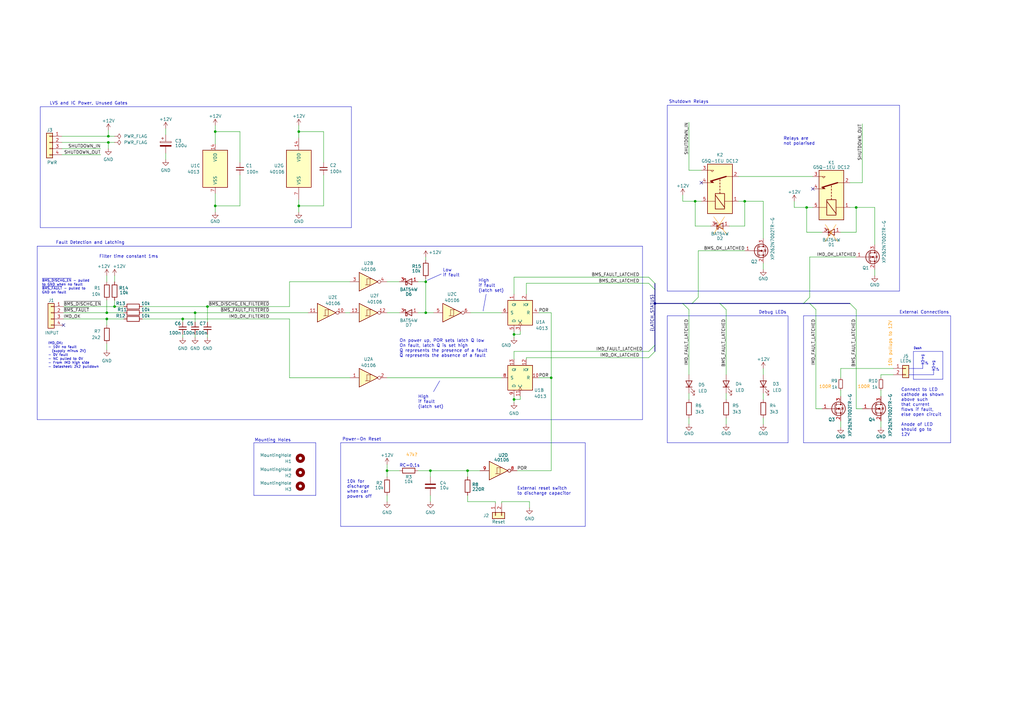
<source format=kicad_sch>
(kicad_sch (version 20231120) (generator "eeschema") (generator_version "8.0")
  (paper "A3")
  (title_block (title "Latching Circuit") (date "2024-01-09") (rev "1.2.0") (company "SUFST") (comment 1 "STAG X") (comment 2 "Tim Brewis, Joe Pater") (comment 3 "Marek Frodyma, Max O'Brien"))
  (lib_symbols
    (symbol "4xxx:40106" (pin_names (offset 1.016))
      (property "Reference" "U" (at 0 1.27 0))
      (property "Value" "40106" (at 0 -1.27 0))
      (symbol "40106_1_0"
        (pin input line (at -7.62 0 0) (length 3.81) (name "~") (number "1"))
        (pin output inverted (at 7.62 0 180) (length 3.81) (name "~") (number "2"))
      )
      (symbol "40106_2_0"
        (pin input line (at -7.62 0 0) (length 3.81) (name "~") (number "3"))
        (pin output inverted (at 7.62 0 180) (length 3.81) (name "~") (number "4"))
      )
      (symbol "40106_3_0"
        (pin input line (at -7.62 0 0) (length 3.81) (name "~") (number "5"))
        (pin output inverted (at 7.62 0 180) (length 3.81) (name "~") (number "6"))
      )
      (symbol "40106_4_0"
        (pin output inverted (at 7.62 0 180) (length 3.81) (name "~") (number "8"))
        (pin input line (at -7.62 0 0) (length 3.81) (name "~") (number "9"))
      )
      (symbol "40106_5_0"
        (pin output inverted (at 7.62 0 180) (length 3.81) (name "~") (number "10"))
        (pin input line (at -7.62 0 0) (length 3.81) (name "~") (number "11"))
      )
      (symbol "40106_6_0"
        (pin output inverted (at 7.62 0 180) (length 3.81) (name "~") (number "12"))
        (pin input line (at -7.62 0 0) (length 3.81) (name "~") (number "13"))
      )
      (symbol "40106_7_0"
        (pin power_in line (at 0 12.7 270) (length 5.08) (name "VDD") (number "14"))
        (pin power_in line (at 0 -12.7 90) (length 5.08) (name "VSS") (number "7"))
      )
    )
    (symbol "4xxx:4013" (pin_names (offset 1.016))
      (property "Reference" "U" (at -7.62 8.89 0))
      (property "Value" "4013" (at -7.62 -8.89 0))
      (symbol "4013_1_1"
        (pin output line (at 7.62 2.54 180) (length 2.54) (name "Q") (number "1"))
        (pin output line (at 7.62 -2.54 180) (length 2.54) (name "~{Q}") (number "2"))
        (pin input clock (at -7.62 0 0) (length 2.54) (name "C") (number "3"))
        (pin input line (at 0 -7.62 90) (length 2.54) (name "R") (number "4"))
        (pin input line (at -7.62 2.54 0) (length 2.54) (name "D") (number "5"))
        (pin input line (at 0 7.62 270) (length 2.54) (name "S") (number "6"))
      )
      (symbol "4013_2_1"
        (pin input line (at 0 -7.62 90) (length 2.54) (name "R") (number "10"))
        (pin input clock (at -7.62 0 0) (length 2.54) (name "C") (number "11"))
        (pin output line (at 7.62 -2.54 180) (length 2.54) (name "~{Q}") (number "12"))
        (pin output line (at 7.62 2.54 180) (length 2.54) (name "Q") (number "13"))
        (pin input line (at 0 7.62 270) (length 2.54) (name "S") (number "8"))
        (pin input line (at -7.62 2.54 0) (length 2.54) (name "D") (number "9"))
      )
      (symbol "4013_3_0"
        (pin power_in line (at 0 10.16 270) (length 2.54) (name "VDD") (number "14"))
        (pin power_in line (at 0 -10.16 90) (length 2.54) (name "VSS") (number "7"))
      )
    )
    (symbol "Connector_Generic:Conn_01x02" (pin_names (offset 1.016) hide)
      (property "Reference" "J" (at 0 2.54 0))
      (property "Value" "Conn_01x02" (at 0 -5.08 0))
      (symbol "Conn_01x02_1_1"
        (pin passive line (at -5.08 0 0) (length 3.81) (name "Pin_1") (number "1"))
        (pin passive line (at -5.08 -2.54 0) (length 3.81) (name "Pin_2") (number "2"))
      )
    )
    (symbol "Connector_Generic:Conn_01x04" (pin_names (offset 1.016) hide)
      (property "Reference" "J" (at 0 5.08 0))
      (property "Value" "Conn_01x04" (at 0 -7.62 0))
      (symbol "Conn_01x04_1_1"
        (pin passive line (at -5.08 2.54 0) (length 3.81) (name "Pin_1") (number "1"))
        (pin passive line (at -5.08 0 0) (length 3.81) (name "Pin_2") (number "2"))
        (pin passive line (at -5.08 -2.54 0) (length 3.81) (name "Pin_3") (number "3"))
        (pin passive line (at -5.08 -5.08 0) (length 3.81) (name "Pin_4") (number "4"))
      )
    )
    (symbol "Device:C" (pin_numbers hide) (pin_names (offset 0.254))
      (property "Reference" "C" (at 0.635 2.54 0))
      (property "Value" "C" (at 0.635 -2.54 0))
      (symbol "C_1_1"
        (pin passive line (at 0 3.81 270) (length 2.794) (name "~") (number "1"))
        (pin passive line (at 0 -3.81 90) (length 2.794) (name "~") (number "2"))
      )
    )
    (symbol "Device:C_Polarized" (pin_numbers hide) (pin_names (offset 0.254))
      (property "Reference" "C" (at 0.635 2.54 0))
      (property "Value" "C_Polarized" (at 0.635 -2.54 0))
      (symbol "C_Polarized_1_1"
        (pin passive line (at 0 3.81 270) (length 2.794) (name "~") (number "1"))
        (pin passive line (at 0 -3.81 90) (length 2.794) (name "~") (number "2"))
      )
    )
    (symbol "Device:C_Small" (pin_numbers hide) (pin_names (offset 0.254) hide)
      (property "Reference" "C" (at 0.254 1.778 0))
      (property "Value" "C_Small" (at 0.254 -2.032 0))
      (symbol "C_Small_1_1"
        (pin passive line (at 0 2.54 270) (length 2.032) (name "~") (number "1"))
        (pin passive line (at 0 -2.54 90) (length 2.032) (name "~") (number "2"))
      )
    )
    (symbol "Device:LED" (pin_numbers hide) (pin_names (offset 1.016) hide)
      (property "Reference" "D" (at 0 2.54 0))
      (property "Value" "LED" (at 0 -2.54 0))
      (symbol "LED_1_1"
        (pin passive line (at -3.81 0 0) (length 2.54) (name "K") (number "1"))
        (pin passive line (at 3.81 0 180) (length 2.54) (name "A") (number "2"))
      )
    )
    (symbol "Device:Q_NMOS_GSD" (pin_names (offset 0) hide)
      (property "Reference" "Q" (at 5.08 1.27 0))
      (property "Value" "Q_NMOS_GSD" (at 5.08 -1.27 0))
      (symbol "Q_NMOS_GSD_1_1"
        (pin input line (at -5.08 0 0) (length 2.54) (name "G") (number "1"))
        (pin passive line (at 2.54 -5.08 90) (length 2.54) (name "S") (number "2"))
        (pin passive line (at 2.54 5.08 270) (length 2.54) (name "D") (number "3"))
      )
    )
    (symbol "Device:R" (pin_numbers hide) (pin_names (offset 0))
      (property "Reference" "R" (at 2.032 0 90))
      (property "Value" "R" (at 0 0 90))
      (symbol "R_1_1"
        (pin passive line (at 0 3.81 270) (length 1.27) (name "~") (number "1"))
        (pin passive line (at 0 -3.81 90) (length 1.27) (name "~") (number "2"))
      )
    )
    (symbol "Device:R_Small" (pin_numbers hide) (pin_names (offset 0.254) hide)
      (property "Reference" "R" (at 0.762 0.508 0))
      (property "Value" "R_Small" (at 0.762 -1.016 0))
      (symbol "R_Small_1_1"
        (pin passive line (at 0 2.54 270) (length 0.762) (name "~") (number "1"))
        (pin passive line (at 0 -2.54 90) (length 0.762) (name "~") (number "2"))
      )
    )
    (symbol "Diode:BAT54W" (pin_names (offset 1.016) hide)
      (property "Reference" "D" (at 0 2.54 0))
      (property "Value" "BAT54W" (at 0 -2.54 0))
      (symbol "BAT54W_1_1"
        (pin passive line (at 3.81 0 180) (length 2.54) (name "A") (number "1"))
        (pin no_connect line (at 0 0 90) (length 2.54) hide (name "NC") (number "2"))
        (pin passive line (at -3.81 0 0) (length 2.54) (name "K") (number "3"))
      )
    )
    (symbol "Mechanical:MountingHole" (pin_names (offset 1.016))
      (property "Reference" "H" (at 0 5.08 0))
      (property "Value" "MountingHole" (at 0 3.175 0))
    )
    (symbol "Relay:G5Q-1"
      (property "Reference" "K" (at 11.43 3.81 0))
      (property "Value" "G5Q-1" (at 11.43 1.27 0))
      (symbol "G5Q-1_1_1"
        (pin passive line (at -5.08 -7.62 90) (length 2.54) (name "~") (number "1"))
        (pin passive line (at 5.08 -7.62 90) (length 2.54) (name "~") (number "2"))
        (pin passive line (at 7.62 7.62 270) (length 2.54) (name "~") (number "3"))
        (pin passive line (at 2.54 7.62 270) (length 2.54) (name "~") (number "4"))
        (pin passive line (at -5.08 7.62 270) (length 2.54) (name "~") (number "5"))
      )
    )
    (symbol "power:+12V" (power) (pin_names (offset 0))
      (property "Value" "+12V" (at 0 3.556 0))
      (symbol "+12V_1_1"
        (pin power_in line (at 0 0 90) (length 0) hide (name "+12V") (number "1"))
      )
    )
    (symbol "power:GND" (power) (pin_names (offset 0))
      (property "Value" "GND" (at 0 -3.81 0))
      (symbol "GND_1_1"
        (pin power_in line (at 0 0 270) (length 0) hide (name "GND") (number "1"))
      )
    )
    (symbol "power:PWR_FLAG" (power) (pin_numbers hide) (pin_names (offset 0) hide)
      (property "Value" "PWR_FLAG" (at 0 3.81 0))
      (symbol "PWR_FLAG_0_0"
        (pin power_out line (at 0 0 90) (length 0) (name "pwr") (number "1"))
      )
    )
  )
  (bus_alias "LATCH_STATUS" (members "IMD_OK_LATCHED" "IMD_FAULT_LATCHED" "BMS_OK_LATCHED" "BMS_FAULT_LATCHED"))
  (junction (at 122.555 53.975))
  (junction (at 46.99 125.73))
  (junction (at 351.155 85.09))
  (junction (at 158.75 193.04))
  (junction (at 43.815 128.27))
  (junction (at 176.53 193.04))
  (junction (at 44.45 55.88))
  (junction (at 210.82 163.83))
  (junction (at 88.265 53.975))
  (junction (at 43.815 130.81))
  (junction (at 44.45 58.42))
  (junction (at 226.06 154.94))
  (junction (at 285.115 82.55))
  (junction (at 210.82 137.16))
  (junction (at 74.93 130.81))
  (junction (at 174.625 128.27))
  (junction (at 191.77 193.04))
  (junction (at 268.605 124.46))
  (junction (at 174.625 115.57))
  (junction (at 88.265 84.455))
  (junction (at 122.555 84.455))
  (junction (at 80.01 128.27))
  (junction (at 85.09 125.73))
  (junction (at 305.435 82.55))
  (junction (at 330.835 85.09))
  (no_connect (at 26.035 133.35))
  (no_connect (at 287.655 74.93))
  (no_connect (at 333.375 77.47))
  (bus_entry (at 332.105 124.46) (size 2.54 2.54))
  (bus_entry (at 283.845 124.46) (size 2.54 -2.54))
  (bus_entry (at 266.065 116.205) (size 2.54 2.54))
  (bus_entry (at 266.065 113.665) (size 2.54 2.54))
  (bus_entry (at 329.565 124.46) (size 2.54 -2.54))
  (bus_entry (at 348.615 124.46) (size 2.54 2.54))
  (bus_entry (at 266.065 144.145) (size 2.54 -2.54))
  (bus_entry (at 280.035 124.46) (size 2.54 2.54))
  (bus_entry (at 295.275 124.46) (size 2.54 2.54))
  (bus_entry (at 266.065 146.685) (size 2.54 -2.54))
  (polyline (pts (xy 377.825 149.225) (xy 379.095 149.225)) (stroke (width 0) (type solid)))
  (polyline (pts (xy 382.27 151.765) (xy 383.54 151.765)) (stroke (width 0) (type solid)))
  (wire (pts (xy 88.265 53.975) (xy 88.265 59.055)))
  (polyline (pts (xy 329.565 129.54) (xy 329.565 181.61)))
  (wire (pts (xy 351.155 95.25) (xy 344.805 95.25)))
  (wire (pts (xy 118.745 154.94) (xy 118.745 130.81)))
  (wire (pts (xy 80.01 128.27) (xy 126.365 128.27)))
  (wire (pts (xy 280.035 82.55) (xy 285.115 82.55)))
  (wire (pts (xy 174.625 105.41) (xy 174.625 106.68)))
  (polyline (pts (xy 383.54 150.495) (xy 382.905 151.765)) (stroke (width 0) (type solid)))
  (wire (pts (xy 67.945 62.865) (xy 67.945 65.405)))
  (bus (pts (xy 268.605 141.605) (xy 268.605 144.145)))
  (wire (pts (xy 215.9 116.205) (xy 215.9 120.65)))
  (polyline (pts (xy 263.525 100.965) (xy 263.525 172.085)))
  (polyline (pts (xy 15.24 100.965) (xy 15.24 172.085)))
  (wire (pts (xy 122.555 84.455) (xy 122.555 86.995)))
  (wire (pts (xy 25.4 55.88) (xy 44.45 55.88)))
  (wire (pts (xy 210.82 135.89) (xy 210.82 137.16)))
  (wire (pts (xy 282.575 161.29) (xy 282.575 163.83)))
  (wire (pts (xy 332.105 105.41) (xy 351.155 105.41)))
  (polyline (pts (xy 139.7 181.61) (xy 240.03 181.61)))
  (wire (pts (xy 43.815 128.27) (xy 50.8 128.27)))
  (wire (pts (xy 174.625 128.27) (xy 177.8 128.27)))
  (wire (pts (xy 43.815 130.81) (xy 43.815 133.35)))
  (wire (pts (xy 226.06 154.94) (xy 226.06 128.27)))
  (wire (pts (xy 361.315 153.67) (xy 366.395 153.67)))
  (wire (pts (xy 43.815 115.57) (xy 43.815 113.03)))
  (wire (pts (xy 213.36 137.16) (xy 210.82 137.16)))
  (wire (pts (xy 203.2 206.375) (xy 203.2 205.74)))
  (bus (pts (xy 268.605 124.46) (xy 280.035 124.46)))
  (polyline (pts (xy 338.455 99.06) (xy 342.9 92.075)) (stroke (width 0) (color 255 153 0 1)))
  (wire (pts (xy 220.98 154.94) (xy 226.06 154.94)))
  (wire (pts (xy 330.835 95.25) (xy 330.835 85.09)))
  (wire (pts (xy 337.185 167.64) (xy 334.645 167.64)))
  (wire (pts (xy 358.775 110.49) (xy 358.775 113.03)))
  (polyline (pts (xy 177.8 160.655) (xy 180.34 156.21)))
  (wire (pts (xy 158.75 190.5) (xy 158.75 193.04)))
  (wire (pts (xy 171.45 115.57) (xy 174.625 115.57)))
  (wire (pts (xy 205.74 206.375) (xy 205.74 205.74)))
  (wire (pts (xy 43.815 123.19) (xy 43.815 128.27)))
  (wire (pts (xy 74.93 130.81) (xy 74.93 132.08)))
  (wire (pts (xy 299.085 92.71) (xy 305.435 92.71)))
  (wire (pts (xy 88.265 84.455) (xy 98.425 84.455)))
  (wire (pts (xy 361.315 160.02) (xy 361.315 162.56)))
  (wire (pts (xy 297.815 127) (xy 297.815 153.67)))
  (wire (pts (xy 285.115 82.55) (xy 285.115 92.71)))
  (wire (pts (xy 332.105 105.41) (xy 332.105 121.92)))
  (polyline (pts (xy 273.685 43.18) (xy 273.685 119.38)))
  (wire (pts (xy 80.01 137.16) (xy 80.01 138.43)))
  (polyline (pts (xy 139.7 181.61) (xy 139.7 215.9)))
  (polyline (pts (xy 382.27 150.495) (xy 383.54 150.495)) (stroke (width 0) (type solid)))
  (polyline (pts (xy 389.89 181.61) (xy 389.89 129.54)))
  (bus (pts (xy 268.605 116.205) (xy 268.605 118.745)))
  (wire (pts (xy 282.575 69.85) (xy 287.655 69.85)))
  (wire (pts (xy 226.06 193.04) (xy 226.06 154.94)))
  (polyline (pts (xy 378.46 146.431) (xy 378.079 146.939)) (stroke (width 0) (type solid)))
  (polyline (pts (xy 374.65 144.145) (xy 386.715 144.145)))
  (wire (pts (xy 348.615 85.09) (xy 351.155 85.09)))
  (wire (pts (xy 212.09 193.04) (xy 226.06 193.04)))
  (wire (pts (xy 344.805 172.72) (xy 344.805 175.26)))
  (wire (pts (xy 98.425 71.755) (xy 98.425 84.455)))
  (wire (pts (xy 210.82 144.145) (xy 210.82 147.32)))
  (wire (pts (xy 88.265 51.435) (xy 88.265 53.975)))
  (polyline (pts (xy 382.905 151.765) (xy 382.905 153.67)) (stroke (width 0) (type solid)))
  (wire (pts (xy 191.77 205.74) (xy 203.2 205.74)))
  (wire (pts (xy 286.385 102.87) (xy 305.435 102.87)))
  (wire (pts (xy 176.53 193.04) (xy 176.53 195.58)))
  (wire (pts (xy 80.01 128.27) (xy 80.01 132.08)))
  (bus (pts (xy 329.565 124.46) (xy 332.105 124.46)))
  (wire (pts (xy 158.75 154.94) (xy 205.74 154.94)))
  (wire (pts (xy 143.51 115.57) (xy 118.745 115.57)))
  (wire (pts (xy 215.9 146.685) (xy 266.065 146.685)))
  (polyline (pts (xy 338.455 92.075) (xy 343.535 99.06)) (stroke (width 0) (color 255 153 0 1)))
  (wire (pts (xy 213.36 162.56) (xy 213.36 163.83)))
  (wire (pts (xy 58.42 130.81) (xy 74.93 130.81)))
  (polyline (pts (xy 382.905 148.971) (xy 382.524 149.479)) (stroke (width 0) (type solid)))
  (polyline (pts (xy 273.685 129.54) (xy 323.215 129.54)))
  (wire (pts (xy 74.93 137.16) (xy 74.93 138.43)))
  (wire (pts (xy 46.99 113.03) (xy 46.99 115.57)))
  (wire (pts (xy 210.82 144.145) (xy 266.065 144.145)))
  (wire (pts (xy 285.115 82.55) (xy 287.655 82.55)))
  (wire (pts (xy 210.82 137.16) (xy 210.82 138.43)))
  (wire (pts (xy 191.77 193.04) (xy 196.85 193.04)))
  (wire (pts (xy 25.4 63.5) (xy 41.275 63.5)))
  (wire (pts (xy 210.82 113.665) (xy 266.065 113.665)))
  (wire (pts (xy 330.835 85.09) (xy 333.375 85.09)))
  (polyline (pts (xy 16.51 43.815) (xy 16.51 93.345)))
  (wire (pts (xy 210.82 162.56) (xy 210.82 163.83)))
  (polyline (pts (xy 175.26 114.935) (xy 180.975 112.395)))
  (wire (pts (xy 351.155 127) (xy 351.155 167.64)))
  (wire (pts (xy 85.09 125.73) (xy 85.09 132.08)))
  (wire (pts (xy 122.555 84.455) (xy 132.715 84.455)))
  (wire (pts (xy 158.75 193.04) (xy 158.75 195.58)))
  (polyline (pts (xy 377.825 147.955) (xy 379.095 147.955)) (stroke (width 0) (type solid)))
  (wire (pts (xy 191.77 193.04) (xy 191.77 195.58)))
  (bus (pts (xy 280.035 124.46) (xy 283.845 124.46)))
  (wire (pts (xy 348.615 74.93) (xy 353.695 74.93)))
  (wire (pts (xy 193.04 128.27) (xy 205.74 128.27)))
  (polyline (pts (xy 273.685 43.18) (xy 368.935 43.18)))
  (wire (pts (xy 158.75 203.2) (xy 158.75 205.74)))
  (polyline (pts (xy 378.46 149.225) (xy 378.46 151.13)) (stroke (width 0) (type solid)))
  (polyline (pts (xy 104.14 203.2) (xy 129.54 203.2)))
  (wire (pts (xy 302.895 72.39) (xy 333.375 72.39)))
  (wire (pts (xy 143.51 128.27) (xy 141.605 128.27)))
  (wire (pts (xy 302.895 82.55) (xy 305.435 82.55)))
  (wire (pts (xy 220.98 128.27) (xy 226.06 128.27)))
  (wire (pts (xy 122.555 53.975) (xy 132.715 53.975)))
  (wire (pts (xy 85.09 125.73) (xy 118.745 125.73)))
  (wire (pts (xy 44.45 58.42) (xy 44.45 60.96)))
  (polyline (pts (xy 144.145 93.345) (xy 144.145 43.815)))
  (wire (pts (xy 158.75 193.04) (xy 163.83 193.04)))
  (wire (pts (xy 313.055 151.13) (xy 313.055 153.67)))
  (wire (pts (xy 158.75 115.57) (xy 163.83 115.57)))
  (polyline (pts (xy 144.145 43.815) (xy 16.51 43.815)))
  (polyline (pts (xy 379.095 147.955) (xy 378.46 149.225)) (stroke (width 0) (type solid)))
  (wire (pts (xy 305.435 82.55) (xy 313.055 82.55)))
  (bus (pts (xy 295.275 124.46) (xy 329.565 124.46)))
  (wire (pts (xy 88.265 53.975) (xy 98.425 53.975)))
  (wire (pts (xy 286.385 102.87) (xy 286.385 121.92)))
  (polyline (pts (xy 382.27 150.495) (xy 382.905 151.765)) (stroke (width 0) (type solid)))
  (polyline (pts (xy 292.735 95.885) (xy 297.18 88.9)) (stroke (width 0) (color 255 153 0 1)))
  (wire (pts (xy 132.715 53.975) (xy 132.715 66.675)))
  (polyline (pts (xy 378.46 146.431) (xy 378.841 146.939)) (stroke (width 0) (type solid)))
  (wire (pts (xy 358.775 85.09) (xy 358.775 100.33)))
  (wire (pts (xy 210.82 163.83) (xy 210.82 165.1)))
  (wire (pts (xy 118.745 115.57) (xy 118.745 125.73)))
  (wire (pts (xy 171.45 128.27) (xy 174.625 128.27)))
  (polyline (pts (xy 104.14 181.61) (xy 129.54 181.61)))
  (bus (pts (xy 332.105 124.46) (xy 348.615 124.46)))
  (polyline (pts (xy 129.54 203.2) (xy 129.54 181.61)))
  (wire (pts (xy 344.805 151.13) (xy 366.395 151.13)))
  (wire (pts (xy 85.09 125.73) (xy 58.42 125.73)))
  (wire (pts (xy 46.99 125.73) (xy 50.8 125.73)))
  (wire (pts (xy 297.815 161.29) (xy 297.815 163.83)))
  (wire (pts (xy 44.45 58.42) (xy 46.99 58.42)))
  (wire (pts (xy 297.815 171.45) (xy 297.815 173.99)))
  (wire (pts (xy 174.625 115.57) (xy 174.625 128.27)))
  (wire (pts (xy 43.815 140.97) (xy 43.815 143.51)))
  (wire (pts (xy 74.93 130.81) (xy 118.745 130.81)))
  (polyline (pts (xy 329.565 181.61) (xy 389.89 181.61)))
  (wire (pts (xy 361.315 153.67) (xy 361.315 154.94)))
  (polyline (pts (xy 377.825 147.955) (xy 378.46 149.225)) (stroke (width 0) (type solid)))
  (wire (pts (xy 191.77 203.2) (xy 191.77 205.74)))
  (wire (pts (xy 351.155 85.09) (xy 358.775 85.09)))
  (polyline (pts (xy 378.46 147.955) (xy 378.46 146.558)) (stroke (width 0) (type solid)))
  (wire (pts (xy 122.555 81.915) (xy 122.555 84.455)))
  (bus (pts (xy 268.605 124.46) (xy 268.605 141.605)))
  (wire (pts (xy 85.09 137.16) (xy 85.09 138.43)))
  (wire (pts (xy 26.035 125.73) (xy 46.99 125.73)))
  (polyline (pts (xy 198.12 127.635) (xy 199.39 120.65)))
  (wire (pts (xy 43.815 130.81) (xy 50.8 130.81)))
  (wire (pts (xy 25.4 60.96) (xy 41.275 60.96)))
  (polyline (pts (xy 240.03 215.9) (xy 139.7 215.9)))
  (wire (pts (xy 313.055 107.95) (xy 313.055 110.49)))
  (wire (pts (xy 353.695 74.93) (xy 353.695 50.8)))
  (polyline (pts (xy 273.685 181.61) (xy 323.215 181.61)))
  (wire (pts (xy 313.055 82.55) (xy 313.055 97.79)))
  (wire (pts (xy 26.035 130.81) (xy 43.815 130.81)))
  (wire (pts (xy 174.625 114.3) (xy 174.625 115.57)))
  (wire (pts (xy 285.115 92.71) (xy 291.465 92.71)))
  (polyline (pts (xy 372.872 151.13) (xy 378.46 151.13)) (stroke (width 0) (type solid)))
  (wire (pts (xy 344.805 160.02) (xy 344.805 162.56)))
  (wire (pts (xy 213.36 135.89) (xy 213.36 137.16)))
  (wire (pts (xy 282.575 171.45) (xy 282.575 173.99)))
  (polyline (pts (xy 263.525 100.965) (xy 15.24 100.965)))
  (wire (pts (xy 337.185 95.25) (xy 330.835 95.25)))
  (wire (pts (xy 205.74 205.74) (xy 217.17 205.74)))
  (wire (pts (xy 122.555 56.515) (xy 122.555 53.975)))
  (wire (pts (xy 334.645 127) (xy 334.645 167.64)))
  (polyline (pts (xy 104.14 181.61) (xy 104.14 203.2)))
  (polyline (pts (xy 382.905 150.368) (xy 382.905 148.971)) (stroke (width 0) (type solid)))
  (wire (pts (xy 351.155 85.09) (xy 351.155 95.25)))
  (wire (pts (xy 46.99 123.19) (xy 46.99 125.73)))
  (wire (pts (xy 213.36 163.83) (xy 210.82 163.83)))
  (polyline (pts (xy 273.685 129.54) (xy 273.685 181.61)))
  (wire (pts (xy 305.435 82.55) (xy 305.435 92.71)))
  (wire (pts (xy 143.51 154.94) (xy 118.745 154.94)))
  (wire (pts (xy 280.035 80.01) (xy 280.035 82.55)))
  (polyline (pts (xy 374.65 155.575) (xy 386.715 155.575)))
  (bus (pts (xy 268.605 118.745) (xy 268.605 124.46)))
  (polyline (pts (xy 15.24 172.085) (xy 263.525 172.085)))
  (wire (pts (xy 351.155 167.64) (xy 353.695 167.64)))
  (bus (pts (xy 283.845 124.46) (xy 295.275 124.46)))
  (wire (pts (xy 313.055 171.45) (xy 313.055 173.99)))
  (wire (pts (xy 122.555 51.435) (xy 122.555 53.975)))
  (polyline (pts (xy 382.905 148.971) (xy 383.286 149.479)) (stroke (width 0) (type solid)))
  (polyline (pts (xy 292.735 88.9) (xy 297.815 95.885)) (stroke (width 0) (color 255 153 0 1)))
  (polyline (pts (xy 240.03 181.61) (xy 240.03 215.9)))
  (wire (pts (xy 44.45 53.34) (xy 44.45 55.88)))
  (wire (pts (xy 98.425 53.975) (xy 98.425 66.675)))
  (wire (pts (xy 88.265 79.375) (xy 88.265 84.455)))
  (wire (pts (xy 217.17 208.28) (xy 217.17 205.74)))
  (polyline (pts (xy 368.935 43.18) (xy 368.935 119.38)))
  (wire (pts (xy 313.055 161.29) (xy 313.055 163.83)))
  (wire (pts (xy 25.4 58.42) (xy 44.45 58.42)))
  (wire (pts (xy 176.53 193.04) (xy 191.77 193.04)))
  (wire (pts (xy 132.715 84.455) (xy 132.715 71.755)))
  (wire (pts (xy 282.575 50.165) (xy 282.575 69.85)))
  (wire (pts (xy 361.315 172.72) (xy 361.315 175.26)))
  (wire (pts (xy 88.265 84.455) (xy 88.265 86.995)))
  (wire (pts (xy 44.45 55.88) (xy 46.99 55.88)))
  (wire (pts (xy 26.035 128.27) (xy 43.815 128.27)))
  (polyline (pts (xy 323.215 181.61) (xy 323.215 129.54)))
  (wire (pts (xy 158.75 128.27) (xy 163.83 128.27)))
  (polyline (pts (xy 16.51 93.345) (xy 144.145 93.345)))
  (wire (pts (xy 215.9 146.685) (xy 215.9 147.32)))
  (polyline (pts (xy 386.715 155.575) (xy 386.715 144.145)))
  (polyline (pts (xy 374.65 144.145) (xy 374.65 155.575)))
  (wire (pts (xy 67.945 52.705) (xy 67.945 55.245)))
  (wire (pts (xy 171.45 193.04) (xy 176.53 193.04)))
  (wire (pts (xy 215.9 116.205) (xy 266.065 116.205)))
  (polyline (pts (xy 329.565 129.54) (xy 389.89 129.54)))
  (polyline (pts (xy 368.935 119.38) (xy 273.685 119.38)))
  (wire (pts (xy 344.805 151.13) (xy 344.805 154.94)))
  (polyline (pts (xy 372.745 153.67) (xy 382.905 153.67)) (stroke (width 0) (type solid)))
  (wire (pts (xy 176.53 203.2) (xy 176.53 205.74)))
  (wire (pts (xy 325.755 85.09) (xy 330.835 85.09)))
  (wire (pts (xy 210.82 113.665) (xy 210.82 120.65)))
  (wire (pts (xy 282.575 127) (xy 282.575 153.67)))
  (wire (pts (xy 325.755 82.55) (xy 325.755 85.09)))
  (wire (pts (xy 80.01 128.27) (xy 58.42 128.27)))
  (text "100R" (at 338.455 158.75 0) (effects (font (size 1.27 1.27))))
  (text "High\nif fault\n(latch set)" (at 171.45 167.64 0) (effects (font (size 1.27 1.27)) (justify left bottom)))
  (text "Shutdown Relays" (at 274.32 42.545 0) (effects (font (size 1.27 1.27)) (justify left bottom)))
  (text "Connect to LED\ncathode as shown\nabove such\nthat current \nflows if fault,\nelse open circuit\n\nAnode of LED\nshould go to \n12V" (at 369.57 179.07 0) (effects (font (size 1.27 1.27)) (justify left bottom)))
  (text "Power-On Reset" (at 140.335 180.975 0) (effects (font (size 1.27 1.27)) (justify left bottom)))
  (text "→\n" (at 378.841 149.479 0) (effects (font (size 1.27 1.27)) (justify left bottom)))
  (text "External Connections" (at 389.255 128.905 0) (effects (font (size 1.27 1.27)) (justify right bottom)))
  (text "IMD_OK:\n- 10V no fault\n  (supply minus 2V)\n- 0V fault\n- NC pulled to 0V\n- From IMD high side\n- Datasheet: 2k2 pulldown\n" (at 19.685 151.13 0) (effects (font (size 1 1)) (justify left bottom)))
  (text "12V" (at 382.27 148.844 0) (effects (font (size 0.5 0.5)) (justify left bottom)))
  (text "High\nif fault\n(latch set)\n" (at 196.215 120.015 0) (effects (font (size 1.27 1.27)) (justify left bottom)))
  (text "Debug LEDs" (at 322.58 128.905 0) (effects (font (size 1.27 1.27)) (justify right bottom)))
  (text "10k for\ndischarge\nwhen car \npowers off" (at 142.24 204.47 0) (effects (font (size 1.27 1.27)) (justify left bottom)))
  (text "Fault Detection and Latching" (at 22.86 100.33 0) (effects (font (size 1.27 1.27)) (justify left bottom)))
  (text "→\n" (at 383.286 152.019 0) (effects (font (size 1.27 1.27)) (justify left bottom)))
  (text "100R" (at 354.33 158.75 0) (effects (font (size 1.27 1.27))))
  (text "→\n" (at 379.222 150.114 0) (effects (font (size 1.27 1.27)) (justify left bottom)))
  (text "10k pullups to 12V" (at 365.125 140.97 90) (effects (font (size 1.27 1.27))))
  (text "Low\nif fault" (at 181.61 113.665 0) (effects (font (size 1.27 1.27)) (justify left bottom)))
  (text "~{BMS_DISCHG_EN} - pulled\nto GND when no fault\n~{BMS_FAULT} - pulled to\nGND on fault\n" (at 17.145 120.65 0) (effects (font (size 1 1)) (justify left bottom)))
  (text "Relays are \nnot polarised" (at 321.31 59.69 0) (effects (font (size 1.27 1.27)) (justify left bottom)))
  (text "Mounting Holes" (at 104.394 181.356 0) (effects (font (size 1.27 1.27)) (justify left bottom)))
  (text "Dash" (at 374.65 143.51 0) (effects (font (size 0.9 0.9)) (justify left bottom)))
  (text "RC=0.1s" (at 163.83 191.77 0) (effects (font (size 1.27 1.27)) (justify left bottom)))
  (text "On power up, POR sets latch Q low\nOn fault, latch Q is set high\nQ represents the presence of a fault\n~{Q} represents the absence of a fault" (at 163.83 146.685 0) (effects (font (size 1.27 1.27)) (justify left bottom)))
  (text "LVS and IC Power, Unused Gates" (at 20.32 43.18 0) (effects (font (size 1.27 1.27)) (justify left bottom)))
  (text "→\n" (at 383.667 152.654 0) (effects (font (size 1.27 1.27)) (justify left bottom)))
  (text "47k?" (at 168.91 186.69 0) (effects (font (size 1.27 1.27))))
  (text "12V" (at 377.825 146.304 0) (effects (font (size 0.5 0.5)) (justify left bottom)))
  (text "External reset switch\nto discharge capacitor" (at 212.09 203.2 0) (effects (font (size 1.27 1.27)) (justify left bottom)))
  (text "Filter time constant 1ms" (at 40.64 106.045 0) (effects (font (size 1.27 1.27)) (justify left bottom)))
  (label "~{BMS_DISCHG_EN_FILTERED}" (at 110.49 125.73 180))
  (label "~{BMS_DISCHG_EN}" (at 26.035 125.73 0))
  (label "~{BMS_FAULT}" (at 26.035 128.27 0))
  (label "POR" (at 220.98 154.94 0))
  (label "BMS_FAULT_LATCHED" (at 351.155 130.81 270))
  (label "IMD_FAULT_LATCHED" (at 263.525 144.145 180))
  (label "POR" (at 212.09 193.04 0))
  (label "IMD_OK" (at 26.035 130.81 0))
  (label "SHUTDOWN_OUT" (at 353.695 50.8 270))
  (label "SHUTDOWN_IN" (at 282.575 50.165 270))
  (label "IMD_OK_FILTERED" (at 110.49 130.81 180))
  (label "BMS_OK_LATCHED" (at 305.435 102.87 180))
  (label "IMD_OK_LATCHED" (at 351.155 105.41 180))
  (label "SHUTDOWN_IN" (at 41.275 60.96 180))
  (label "IMD_FAULT_LATCHED" (at 282.575 130.81 270))
  (label "{LATCH_STATUS}" (at 268.605 120.65 270))
  (label "BMS_FAULT_LATCHED" (at 297.815 130.81 270))
  (label "BMS_OK_LATCHED" (at 262.255 116.205 180))
  (label "IMD_FAULT_LATCHED" (at 334.645 130.81 270))
  (label "POR" (at 220.98 128.27 0))
  (label "BMS_FAULT_LATCHED" (at 262.255 113.665 180))
  (label "SHUTDOWN_OUT" (at 41.275 63.5 180))
  (label "IMD_OK_LATCHED" (at 262.255 146.685 180))
  (label "~{BMS_FAULT_FILTERED}" (at 110.49 128.27 180))
  (symbol (lib_id "power:+12V") (at 174.625 105.41 0) (unit 1)
    (property "Reference" "#PWR031" (effects (hide yes)))
    (property "Value" "+12V" (at 178.435 103.505 0))
  )
  (symbol (lib_id "Device:R") (at 54.61 125.73 90) (mirror x) (unit 1)
    (property "Reference" "R13" (at 51.435 124.46 90) (effects (justify left)))
    (property "Value" "10k" (at 61.595 124.46 90) (effects (justify left)))
    (property "Footprint" "Resistor_SMD:R_0805_2012Metric_Pad1.20x1.40mm_HandSolder" (effects (hide yes)))
  )
  (symbol (lib_id "Connector_Generic:Conn_01x02") (at 203.2 211.455 90) (mirror x) (unit 1)
    (property "Reference" "J2" (at 199.39 211.455 90))
    (property "Value" "Reset" (at 204.47 213.995 90))
    (property "Footprint" "Connector_Molex:Molex_Micro-Fit_3.0_43650-0200_1x02_P3.00mm_Horizontal" (effects (hide yes)))
    (property "Order Code" "538-43650-0200" (effects (hide yes)))
    (property "Supplier" "Mouser" (effects (hide yes)))
  )
  (symbol (lib_id "Device:LED") (at 297.815 157.48 90) (unit 1)
    (property "Reference" "D4" (at 301.625 157.48 90) (effects (justify right)))
    (property "Value" "LED" (at 301.625 160.02 90) (effects (justify right)))
    (property "Footprint" "LED_SMD:LED_0805_2012Metric_Pad1.15x1.40mm_HandSolder" (effects (hide yes)))
  )
  (symbol (lib_id "power:GND") (at 176.53 205.74 0) (unit 1)
    (property "Reference" "#PWR010" (effects (hide yes)))
    (property "Value" "GND" (at 176.53 210.185 0))
  )
  (symbol (lib_id "Device:Q_NMOS_GSD") (at 358.775 167.64 0) (unit 1)
    (property "Reference" "Q4" (at 356.235 172.085 0) (effects (justify left)))
    (property "Value" "XP262N7002TR-G" (at 365.125 179.07 90) (effects (justify left)))
    (property "Footprint" "Package_TO_SOT_SMD:SOT-23" (effects (hide yes)))
    (property "Order Code" "865-XP262N7002TR-G" (effects (hide yes)))
    (property "Supplier" "Mouser" (effects (hide yes)))
  )
  (symbol (lib_id "Relay:G5Q-1") (at 295.275 77.47 90) (unit 1)
    (property "Reference" "K2" (at 295.275 63.5 90))
    (property "Value" "G5Q-1EU DC12" (at 295.275 66.04 90))
    (property "Footprint" "Relay_THT:Relay_SPDT_Omron-G5Q-1" (effects (hide yes)))
    (property "Datasheet" "https://www.omron.com/ecb/products/pdf/en-g5q.pdf" (effects (hide yes)))
    (property "Order Code" "653-G5Q-1-EUDC12" (effects (hide yes)))
    (property "Supplier" "Mouser" (effects (hide yes)))
  )
  (symbol (lib_id "Device:R_Small") (at 344.805 157.48 0) (mirror x) (unit 1)
    (property "Reference" "R9" (at 343.535 156.21 0) (effects (justify right)))
    (property "Value" "1k" (at 343.535 158.75 0) (effects (justify right)))
    (property "Footprint" "Resistor_SMD:R_0805_2012Metric_Pad1.20x1.40mm_HandSolder" (effects (hide yes)))
  )
  (symbol (lib_id "Diode:BAT54W") (at 167.64 115.57 0) (unit 1)
    (property "Reference" "D6" (at 167.64 120.65 0))
    (property "Value" "BAT54W" (at 167.64 118.745 0))
    (property "Footprint" "Package_TO_SOT_SMD:SOT-323_SC-70" (effects (hide yes)))
    (property "Datasheet" "https://assets.nexperia.com/documents/data-sheet/BAT54W_SER.pdf" (effects (hide yes)))
    (property "Order Code" "771-BAT54W-T/R" (effects (hide yes)))
    (property "Supplier" "Mouser" (effects (hide yes)))
  )
  (symbol (lib_id "Device:R") (at 191.77 199.39 0) (mirror y) (unit 1)
    (property "Reference" "R8" (at 194.945 198.755 0))
    (property "Value" "220R" (at 196.215 200.66 0))
    (property "Footprint" "Resistor_SMD:R_0805_2012Metric_Pad1.20x1.40mm_HandSolder" (effects (hide yes)))
  )
  (symbol (lib_id "Device:Q_NMOS_GSD") (at 342.265 167.64 0) (unit 1)
    (property "Reference" "Q3" (at 339.725 172.085 0) (effects (justify left)))
    (property "Value" "XP262N7002TR-G" (at 348.615 179.07 90) (effects (justify left)))
    (property "Footprint" "Package_TO_SOT_SMD:SOT-23" (effects (hide yes)))
    (property "Order Code" "865-XP262N7002TR-G" (effects (hide yes)))
    (property "Supplier" "Mouser" (effects (hide yes)))
  )
  (symbol (lib_id "Mechanical:MountingHole") (at 123.19 187.96 180) (unit 1) (in_bom no)
    (property "Reference" "H1" (at 119.634 189.2301 0) (effects (justify left)))
    (property "Value" "MountingHole" (at 119.634 186.6901 0) (effects (justify left)))
    (property "Footprint" "MountingHole:MountingHole_3.2mm_M3" (effects (hide yes)))
  )
  (symbol (lib_id "Device:Q_NMOS_GSD") (at 310.515 102.87 0) (unit 1)
    (property "Reference" "Q2" (at 307.975 107.315 0) (effects (justify left)))
    (property "Value" "XP262N7002TR-G" (at 316.865 106.68 90) (effects (justify left)))
    (property "Footprint" "Package_TO_SOT_SMD:SOT-23" (effects (hide yes)))
    (property "Order Code" "865-XP262N7002TR-G" (effects (hide yes)))
    (property "Supplier" "Mouser" (effects (hide yes)))
  )
  (symbol (lib_id "Diode:BAT54W") (at 295.275 92.71 0) (unit 1)
    (property "Reference" "D2" (at 295.275 97.79 0))
    (property "Value" "BAT54W" (at 295.275 95.885 0))
    (property "Footprint" "Package_TO_SOT_SMD:SOT-323_SC-70" (effects (hide yes)))
    (property "Datasheet" "https://assets.nexperia.com/documents/data-sheet/BAT54W_SER.pdf" (effects (hide yes)))
    (property "Order Code" "771-BAT54W-T/R" (effects (hide yes)))
    (property "Supplier" "Mouser" (effects (hide yes)))
  )
  (symbol (lib_id "power:+12V") (at 46.99 113.03 0) (unit 1)
    (property "Reference" "#PWR029" (effects (hide yes)))
    (property "Value" "+12V" (at 48.895 109.22 0))
  )
  (symbol (lib_id "Device:LED") (at 313.055 157.48 90) (unit 1)
    (property "Reference" "D3" (at 316.865 157.48 90) (effects (justify right)))
    (property "Value" "LED" (at 316.865 160.02 90) (effects (justify right)))
    (property "Footprint" "LED_SMD:LED_0805_2012Metric_Pad1.15x1.40mm_HandSolder" (effects (hide yes)))
  )
  (symbol (lib_id "power:GND") (at 44.45 60.96 0) (unit 1)
    (property "Reference" "#PWR02" (effects (hide yes)))
    (property "Value" "GND" (at 44.45 65.405 0))
  )
  (symbol (lib_id "Device:R") (at 54.61 130.81 90) (mirror x) (unit 1)
    (property "Reference" "R12" (at 51.435 129.54 90) (effects (justify left)))
    (property "Value" "10k" (at 61.595 129.54 90) (effects (justify left)))
    (property "Footprint" "Resistor_SMD:R_0805_2012Metric_Pad1.20x1.40mm_HandSolder" (effects (hide yes)))
  )
  (symbol (lib_id "Device:R") (at 158.75 199.39 0) (unit 1)
    (property "Reference" "R2" (at 155.575 198.12 0))
    (property "Value" "10k" (at 155.575 200.025 0))
    (property "Footprint" "Resistor_SMD:R_0805_2012Metric_Pad1.20x1.40mm_HandSolder" (effects (hide yes)))
  )
  (symbol (lib_id "power:PWR_FLAG") (at 46.99 55.88 270) (unit 1)
    (property "Reference" "#FLG01" (effects (hide yes)))
    (property "Value" "PWR_FLAG" (at 50.8 55.8799 90) (effects (justify left)))
  )
  (symbol (lib_id "power:GND") (at 217.17 208.28 0) (unit 1)
    (property "Reference" "#PWR017" (effects (hide yes)))
    (property "Value" "GND" (at 217.17 212.725 0))
  )
  (symbol (lib_id "Device:C_Small") (at 85.09 134.62 0) (mirror y) (unit 1)
    (property "Reference" "C7" (at 84.455 132.715 0) (effects (justify left)))
    (property "Value" "100n" (at 85.09 136.525 0) (effects (justify left)))
    (property "Footprint" "Capacitor_SMD:C_0805_2012Metric_Pad1.18x1.45mm_HandSolder" (effects (hide yes)))
  )
  (symbol (lib_id "power:GND") (at 210.82 138.43 0) (unit 1)
    (property "Reference" "#PWR015" (effects (hide yes)))
    (property "Value" "GND" (at 207.645 141.605 0))
  )
  (symbol (lib_id "power:GND") (at 313.055 110.49 0) (unit 1)
    (property "Reference" "#PWR021" (effects (hide yes)))
    (property "Value" "GND" (at 313.055 114.3 0))
  )
  (symbol (lib_id "power:GND") (at 158.75 205.74 0) (unit 1)
    (property "Reference" "#PWR03" (effects (hide yes)))
    (property "Value" "GND" (at 158.75 210.185 0))
  )
  (symbol (lib_id "power:+12V") (at 43.815 113.03 0) (unit 1)
    (property "Reference" "#PWR07" (effects (hide yes)))
    (property "Value" "+12V" (at 42.545 109.22 0))
  )
  (symbol (lib_id "Diode:BAT54W") (at 167.64 128.27 0) (unit 1)
    (property "Reference" "D7" (at 167.64 133.35 0))
    (property "Value" "BAT54W" (at 167.64 131.445 0))
    (property "Footprint" "Package_TO_SOT_SMD:SOT-323_SC-70" (effects (hide yes)))
    (property "Datasheet" "https://assets.nexperia.com/documents/data-sheet/BAT54W_SER.pdf" (effects (hide yes)))
    (property "Order Code" "771-BAT54W-T/R" (effects (hide yes)))
    (property "Supplier" "Mouser" (effects (hide yes)))
  )
  (symbol (lib_id "Connector_Generic:Conn_01x02") (at 371.475 151.13 0) (unit 1)
    (property "Reference" "J5" (at 371.475 146.05 0))
    (property "Value" "LEDs" (at 371.475 147.955 0))
    (property "Footprint" "Connector_Molex:Molex_Micro-Fit_3.0_43650-0200_1x02_P3.00mm_Horizontal" (effects (hide yes)))
    (property "Order Code" "538-43650-0200" (effects (hide yes)))
    (property "Supplier" "Mouser" (effects (hide yes)))
  )
  (symbol (lib_id "power:GND") (at 67.945 65.405 0) (unit 1)
    (property "Reference" "#PWR09" (effects (hide yes)))
    (property "Value" "GND" (at 67.945 69.85 0))
  )
  (symbol (lib_id "Diode:BAT54W") (at 340.995 95.25 0) (unit 1)
    (property "Reference" "D1" (at 340.995 100.33 0))
    (property "Value" "BAT54W" (at 340.995 98.425 0))
    (property "Footprint" "Package_TO_SOT_SMD:SOT-323_SC-70" (effects (hide yes)))
    (property "Datasheet" "https://assets.nexperia.com/documents/data-sheet/BAT54W_SER.pdf" (effects (hide yes)))
    (property "Order Code" "771-BAT54W-T/R" (effects (hide yes)))
    (property "Supplier" "Mouser" (effects (hide yes)))
  )
  (symbol (lib_id "4xxx:4013") (at 213.36 154.94 90) (unit 2)
    (property "Reference" "U1" (at 219.075 160.02 90) (effects (justify right)))
    (property "Value" "4013" (at 219.075 162.56 90) (effects (justify right)))
    (property "Footprint" "Package_SO:SOIC-14_3.9x8.7mm_P1.27mm" (effects (hide yes)))
    (property "Datasheet" "http://www.onsemi.com/pub/Collateral/MC14013B-D.PDF" (effects (hide yes)))
    (property "Order Code" "863-MC14013BDR2G" (effects (hide yes)))
    (property "Supplier" "Mouser" (effects (hide yes)))
  )
  (symbol (lib_id "power:GND") (at 282.575 173.99 0) (unit 1)
    (property "Reference" "#PWR019" (effects (hide yes)))
    (property "Value" "GND" (at 282.575 177.8 0))
  )
  (symbol (lib_id "Device:C_Polarized") (at 67.945 59.055 0) (unit 1)
    (property "Reference" "C3" (at 71.755 57.785 0) (effects (justify left)))
    (property "Value" "100u" (at 71.755 59.69 0) (effects (justify left)))
    (property "Footprint" "Capacitor_THT:CP_Radial_D5.0mm_P2.00mm" (effects (hide yes)))
  )
  (symbol (lib_id "power:+12V") (at 88.265 51.435 0) (unit 1)
    (property "Reference" "#PWR013" (effects (hide yes)))
    (property "Value" "+12V" (at 88.265 47.625 0))
  )
  (symbol (lib_id "power:GND") (at 88.265 86.995 0) (unit 1)
    (property "Reference" "#PWR014" (effects (hide yes)))
    (property "Value" "GND" (at 88.265 90.805 0))
  )
  (symbol (lib_id "Device:R") (at 54.61 128.27 90) (mirror x) (unit 1)
    (property "Reference" "R11" (at 52.07 127 90) (effects (justify left)))
    (property "Value" "10k" (at 61.595 127 90) (effects (justify left)))
    (property "Footprint" "Resistor_SMD:R_0805_2012Metric_Pad1.20x1.40mm_HandSolder" (effects (hide yes)))
  )
  (symbol (lib_id "Device:R_Small") (at 361.315 157.48 0) (mirror x) (unit 1)
    (property "Reference" "R10" (at 360.045 156.21 0) (effects (justify right)))
    (property "Value" "1k" (at 360.045 158.75 0) (effects (justify right)))
    (property "Footprint" "Resistor_SMD:R_0805_2012Metric_Pad1.20x1.40mm_HandSolder" (effects (hide yes)))
  )
  (symbol (lib_id "Device:C_Small") (at 74.93 134.62 0) (mirror y) (unit 1)
    (property "Reference" "C6" (at 74.295 132.715 0) (effects (justify left)))
    (property "Value" "100n" (at 74.295 136.525 0) (effects (justify left)))
    (property "Footprint" "Capacitor_SMD:C_0805_2012Metric_Pad1.18x1.45mm_HandSolder" (effects (hide yes)))
  )
  (symbol (lib_id "power:GND") (at 80.01 138.43 0) (unit 1)
    (property "Reference" "#PWR027" (effects (hide yes)))
    (property "Value" "GND" (at 80.01 142.875 0))
  )
  (symbol (lib_id "power:+12V") (at 44.45 53.34 0) (unit 1)
    (property "Reference" "#PWR01" (effects (hide yes)))
    (property "Value" "+12V" (at 44.45 49.53 0))
  )
  (symbol (lib_id "4xxx:40106") (at 151.13 154.94 0) (unit 1)
    (property "Reference" "U2" (at 151.13 147.32 0))
    (property "Value" "40106" (at 151.13 149.86 0))
    (property "Footprint" "Package_SO:SOIC-14_3.9x8.7mm_P1.27mm" (effects (hide yes)))
    (property "Datasheet" "https://assets.nexperia.com/documents/data-sheet/HEF40106B.pdf" (effects (hide yes)))
    (property "Order Code" "771-HEF40106BTD-T" (effects (hide yes)))
    (property "Supplier" "Mouser" (effects (hide yes)))
  )
  (symbol (lib_id "Mechanical:MountingHole") (at 123.19 199.39 180) (unit 1) (in_bom no)
    (property "Reference" "H3" (at 119.634 200.6601 0) (effects (justify left)))
    (property "Value" "MountingHole" (at 119.634 198.1201 0) (effects (justify left)))
    (property "Footprint" "MountingHole:MountingHole_3.2mm_M3" (effects (hide yes)))
  )
  (symbol (lib_id "Device:R") (at 297.815 167.64 0) (unit 1)
    (property "Reference" "R5" (at 300.355 166.3699 0) (effects (justify left)))
    (property "Value" "3k3" (at 300.355 168.9099 0) (effects (justify left)))
    (property "Footprint" "Resistor_SMD:R_0805_2012Metric_Pad1.20x1.40mm_HandSolder" (effects (hide yes)))
  )
  (symbol (lib_id "power:GND") (at 85.09 138.43 0) (unit 1)
    (property "Reference" "#PWR030" (effects (hide yes)))
    (property "Value" "GND" (at 85.09 142.875 0))
  )
  (symbol (lib_id "Device:R") (at 46.99 119.38 0) (mirror y) (unit 1)
    (property "Reference" "R14" (at 52.705 118.11 0) (effects (justify left)))
    (property "Value" "10k" (at 52.705 120.015 0) (effects (justify left)))
    (property "Footprint" "Resistor_SMD:R_0805_2012Metric_Pad1.20x1.40mm_HandSolder" (effects (hide yes)))
  )
  (symbol (lib_id "Device:R") (at 167.64 193.04 270) (unit 1)
    (property "Reference" "R3" (at 167.64 195.58 90))
    (property "Value" "10k" (at 167.64 197.485 90))
    (property "Footprint" "Resistor_SMD:R_0805_2012Metric_Pad1.20x1.40mm_HandSolder" (effects (hide yes)))
  )
  (symbol (lib_id "Device:R") (at 43.815 137.16 0) (mirror x) (unit 1)
    (property "Reference" "R7" (at 41.275 135.8899 0) (effects (justify right)))
    (property "Value" "2k2" (at 41.275 138.4299 0) (effects (justify right)))
    (property "Footprint" "Resistor_SMD:R_0805_2012Metric_Pad1.20x1.40mm_HandSolder" (effects (hide yes)))
  )
  (symbol (lib_id "power:GND") (at 297.815 173.99 0) (unit 1)
    (property "Reference" "#PWR020" (effects (hide yes)))
    (property "Value" "GND" (at 297.815 177.8 0))
  )
  (symbol (lib_id "4xxx:40106") (at 133.985 128.27 0) (unit 5)
    (property "Reference" "U2" (at 136.525 121.92 0))
    (property "Value" "40106" (at 136.525 124.46 0))
    (property "Footprint" "Package_SO:SOIC-14_3.9x8.7mm_P1.27mm" (effects (hide yes)))
    (property "Datasheet" "https://assets.nexperia.com/documents/data-sheet/HEF40106B.pdf" (effects (hide yes)))
    (property "Order Code" "771-HEF40106BTD-T" (effects (hide yes)))
    (property "Supplier" "Mouser" (effects (hide yes)))
  )
  (symbol (lib_id "4xxx:40106") (at 122.555 69.215 0) (unit 7)
    (property "Reference" "U2" (at 112.395 67.945 0) (effects (justify left)))
    (property "Value" "40106" (at 110.49 70.485 0) (effects (justify left)))
    (property "Footprint" "Package_SO:SOIC-14_3.9x8.7mm_P1.27mm" (effects (hide yes)))
    (property "Datasheet" "https://assets.nexperia.com/documents/data-sheet/HEF40106B.pdf" (effects (hide yes)))
    (property "Order Code" "771-HEF40106BTD-T" (effects (hide yes)))
    (property "Supplier" "Mouser" (effects (hide yes)))
  )
  (symbol (lib_id "Device:Q_NMOS_GSD") (at 356.235 105.41 0) (unit 1)
    (property "Reference" "Q1" (at 353.695 109.855 0) (effects (justify left)))
    (property "Value" "XP262N7002TR-G" (at 362.585 107.95 90) (effects (justify left)))
    (property "Footprint" "Package_TO_SOT_SMD:SOT-23" (effects (hide yes)))
    (property "Order Code" "865-XP262N7002TR-G" (effects (hide yes)))
    (property "Supplier" "Mouser" (effects (hide yes)))
  )
  (symbol (lib_id "Connector_Generic:Conn_01x04") (at 20.32 58.42 0) (mirror y) (unit 1)
    (property "Reference" "J3" (at 21.59 53.34 0) (effects (justify left)))
    (property "Value" "PWR" (at 23.495 66.675 0) (effects (justify left)))
    (property "Footprint" "Connector_Molex:Molex_Micro-Fit_3.0_43045-0400_2x02_P3.00mm_Horizontal" (effects (hide yes)))
    (property "Order Code" "538-43045-0400" (effects (hide yes)))
    (property "Supplier" "Mouser" (effects (hide yes)))
  )
  (symbol (lib_id "Device:R") (at 282.575 167.64 0) (unit 1)
    (property "Reference" "R6" (at 285.115 166.3699 0) (effects (justify left)))
    (property "Value" "3k3" (at 285.115 168.9099 0) (effects (justify left)))
    (property "Footprint" "Resistor_SMD:R_0805_2012Metric_Pad1.20x1.40mm_HandSolder" (effects (hide yes)))
  )
  (symbol (lib_id "Device:C") (at 176.53 199.39 0) (unit 1)
    (property "Reference" "C4" (at 180.34 198.12 0) (effects (justify left)))
    (property "Value" "10u" (at 180.34 200.025 0) (effects (justify left)))
    (property "Footprint" "Capacitor_SMD:C_0805_2012Metric_Pad1.18x1.45mm_HandSolder" (effects (hide yes)))
  )
  (symbol (lib_id "power:GND") (at 122.555 86.995 0) (unit 1)
    (property "Reference" "#PWR06" (effects (hide yes)))
    (property "Value" "GND" (at 122.555 90.805 0))
  )
  (symbol (lib_id "power:GND") (at 43.815 143.51 0) (unit 1)
    (property "Reference" "#PWR08" (effects (hide yes)))
    (property "Value" "GND" (at 43.815 147.955 0))
  )
  (symbol (lib_id "Device:C_Small") (at 80.01 134.62 0) (mirror y) (unit 1)
    (property "Reference" "C5" (at 79.375 132.715 0) (effects (justify left)))
    (property "Value" "100n" (at 80.01 136.525 0) (effects (justify left)))
    (property "Footprint" "Capacitor_SMD:C_0805_2012Metric_Pad1.18x1.45mm_HandSolder" (effects (hide yes)))
  )
  (symbol (lib_id "Mechanical:MountingHole") (at 123.19 193.802 180) (unit 1) (in_bom no)
    (property "Reference" "H2" (at 119.634 195.0721 0) (effects (justify left)))
    (property "Value" "MountingHole" (at 119.634 192.5321 0) (effects (justify left)))
    (property "Footprint" "MountingHole:MountingHole_3.2mm_M3" (effects (hide yes)))
  )
  (symbol (lib_id "Relay:G5Q-1") (at 340.995 80.01 90) (unit 1)
    (property "Reference" "K1" (at 340.995 66.675 90))
    (property "Value" "G5Q-1EU DC12" (at 340.995 68.58 90))
    (property "Footprint" "Relay_THT:Relay_SPDT_Omron-G5Q-1" (effects (hide yes)))
    (property "Datasheet" "https://www.omron.com/ecb/products/pdf/en-g5q.pdf" (effects (hide yes)))
    (property "Order Code" "653-G5Q-1-EUDC12" (effects (hide yes)))
    (property "Supplier" "Mouser" (effects (hide yes)))
  )
  (symbol (lib_id "Device:R") (at 174.625 110.49 0) (unit 1)
    (property "Reference" "R15" (at 168.91 109.22 0) (effects (justify left)))
    (property "Value" "10k" (at 168.91 111.125 0) (effects (justify left)))
    (property "Footprint" "Resistor_SMD:R_0805_2012Metric_Pad1.20x1.40mm_HandSolder" (effects (hide yes)))
  )
  (symbol (lib_id "power:+12V") (at 122.555 51.435 0) (unit 1)
    (property "Reference" "#PWR05" (effects (hide yes)))
    (property "Value" "+12V" (at 122.555 47.625 0))
  )
  (symbol (lib_id "power:PWR_FLAG") (at 46.99 58.42 270) (unit 1)
    (property "Reference" "#FLG02" (effects (hide yes)))
    (property "Value" "PWR_FLAG" (at 50.8 58.4199 90) (effects (justify left)))
  )
  (symbol (lib_id "power:GND") (at 210.82 165.1 0) (unit 1)
    (property "Reference" "#PWR016" (effects (hide yes)))
    (property "Value" "GND" (at 210.82 169.545 0))
  )
  (symbol (lib_id "power:GND") (at 344.805 175.26 0) (unit 1)
    (property "Reference" "#PWR024" (effects (hide yes)))
    (property "Value" "GND" (at 344.805 179.07 0))
  )
  (symbol (lib_id "Device:LED") (at 282.575 157.48 90) (unit 1)
    (property "Reference" "D5" (at 286.385 157.7974 90) (effects (justify right)))
    (property "Value" "LED" (at 286.385 160.3374 90) (effects (justify right)))
    (property "Footprint" "LED_SMD:LED_0805_2012Metric_Pad1.15x1.40mm_HandSolder" (effects (hide yes)))
  )
  (symbol (lib_id "Device:R") (at 43.815 119.38 0) (mirror y) (unit 1)
    (property "Reference" "R1" (at 41.275 118.11 0) (effects (justify left)))
    (property "Value" "10k" (at 41.275 120.65 0) (effects (justify left)))
    (property "Footprint" "Resistor_SMD:R_0805_2012Metric_Pad1.20x1.40mm_HandSolder" (effects (hide yes)))
  )
  (symbol (lib_id "4xxx:4013") (at 88.265 69.215 0) (unit 3)
    (property "Reference" "U1" (at 78.105 67.945 0) (effects (justify left)))
    (property "Value" "4013" (at 76.835 70.485 0) (effects (justify left)))
    (property "Footprint" "Package_SO:SOIC-14_3.9x8.7mm_P1.27mm" (effects (hide yes)))
    (property "Datasheet" "http://www.onsemi.com/pub/Collateral/MC14013B-D.PDF" (effects (hide yes)))
    (property "Order Code" "863-MC14013BDR2G" (effects (hide yes)))
    (property "Supplier" "Mouser" (effects (hide yes)))
  )
  (symbol (lib_id "power:+12V") (at 158.75 190.5 0) (unit 1)
    (property "Reference" "#PWR012" (effects (hide yes)))
    (property "Value" "+12V" (at 158.75 186.69 0))
  )
  (symbol (lib_id "4xxx:40106") (at 204.47 193.04 0) (unit 4)
    (property "Reference" "U2" (at 206.375 186.69 0))
    (property "Value" "40106" (at 205.74 188.595 0))
    (property "Footprint" "Package_SO:SOIC-14_3.9x8.7mm_P1.27mm" (effects (hide yes)))
    (property "Datasheet" "https://assets.nexperia.com/documents/data-sheet/HEF40106B.pdf" (effects (hide yes)))
    (property "Order Code" "771-HEF40106BTD-T" (effects (hide yes)))
    (property "Supplier" "Mouser" (effects (hide yes)))
  )
  (symbol (lib_id "power:GND") (at 361.315 175.26 0) (unit 1)
    (property "Reference" "#PWR026" (effects (hide yes)))
    (property "Value" "GND" (at 361.315 179.07 0))
  )
  (symbol (lib_id "4xxx:40106") (at 151.13 128.27 0) (unit 6)
    (property "Reference" "U2" (at 153.67 121.285 0))
    (property "Value" "40106" (at 153.67 123.825 0))
    (property "Footprint" "Package_SO:SOIC-14_3.9x8.7mm_P1.27mm" (effects (hide yes)))
    (property "Datasheet" "https://assets.nexperia.com/documents/data-sheet/HEF40106B.pdf" (effects (hide yes)))
    (property "Order Code" "771-HEF40106BTD-T" (effects (hide yes)))
    (property "Supplier" "Mouser" (effects (hide yes)))
  )
  (symbol (lib_id "4xxx:4013") (at 213.36 128.27 90) (unit 1)
    (property "Reference" "U1" (at 219.71 132.08 90) (effects (justify right)))
    (property "Value" "4013" (at 219.71 134.62 90) (effects (justify right)))
    (property "Footprint" "Package_SO:SOIC-14_3.9x8.7mm_P1.27mm" (effects (hide yes)))
    (property "Datasheet" "http://www.onsemi.com/pub/Collateral/MC14013B-D.PDF" (effects (hide yes)))
    (property "Order Code" "863-MC14013BDR2G" (effects (hide yes)))
    (property "Supplier" "Mouser" (effects (hide yes)))
  )
  (symbol (lib_id "power:+12V") (at 325.755 82.55 0) (unit 1)
    (property "Reference" "#PWR023" (effects (hide yes)))
    (property "Value" "+12V" (at 325.755 78.74 0))
  )
  (symbol (lib_id "power:+12V") (at 313.055 151.13 0) (unit 1)
    (property "Reference" "#PWR022" (effects (hide yes)))
    (property "Value" "+12V" (at 313.055 147.32 0))
  )
  (symbol (lib_id "power:+12V") (at 280.035 80.01 0) (unit 1)
    (property "Reference" "#PWR011" (effects (hide yes)))
    (property "Value" "+12V" (at 280.035 76.2 0))
  )
  (symbol (lib_id "power:GND") (at 313.055 173.99 0) (unit 1)
    (property "Reference" "#PWR018" (effects (hide yes)))
    (property "Value" "GND" (at 313.055 177.8 0))
  )
  (symbol (lib_id "4xxx:40106") (at 185.42 128.27 0) (unit 3)
    (property "Reference" "U2" (at 185.42 120.65 0))
    (property "Value" "40106" (at 185.42 123.19 0))
    (property "Footprint" "Package_SO:SOIC-14_3.9x8.7mm_P1.27mm" (effects (hide yes)))
    (property "Datasheet" "https://assets.nexperia.com/documents/data-sheet/HEF40106B.pdf" (effects (hide yes)))
    (property "Order Code" "771-HEF40106BTD-T" (effects (hide yes)))
    (property "Supplier" "Mouser" (effects (hide yes)))
  )
  (symbol (lib_id "power:GND") (at 74.93 138.43 0) (unit 1)
    (property "Reference" "#PWR028" (effects (hide yes)))
    (property "Value" "GND" (at 74.93 142.875 0))
  )
  (symbol (lib_id "power:+12V") (at 67.945 52.705 0) (unit 1)
    (property "Reference" "#PWR04" (effects (hide yes)))
    (property "Value" "+12V" (at 67.945 48.895 0))
  )
  (symbol (lib_id "Connector_Generic:Conn_01x04") (at 20.955 128.27 0) (mirror y) (unit 1)
    (property "Reference" "J1" (at 22.225 123.19 0) (effects (justify left)))
    (property "Value" "INPUT" (at 24.13 136.525 0) (effects (justify left)))
    (property "Footprint" "Connector_Molex:Molex_Micro-Fit_3.0_43045-0400_2x02_P3.00mm_Horizontal" (effects (hide yes)))
    (property "Order Code" "538-43045-0400" (effects (hide yes)))
    (property "Supplier" "Mouser" (effects (hide yes)))
  )
  (symbol (lib_id "Device:R") (at 313.055 167.64 0) (unit 1)
    (property "Reference" "R4" (at 315.595 166.3699 0) (effects (justify left)))
    (property "Value" "3k3" (at 315.595 168.9099 0) (effects (justify left)))
    (property "Footprint" "Resistor_SMD:R_0805_2012Metric_Pad1.20x1.40mm_HandSolder" (effects (hide yes)))
  )
  (symbol (lib_id "Device:C_Small") (at 98.425 69.215 0) (mirror y) (unit 1)
    (property "Reference" "C1" (at 103.505 67.945 0) (effects (justify left)))
    (property "Value" "100n" (at 106.045 70.485 0) (effects (justify left)))
    (property "Footprint" "Capacitor_SMD:C_0805_2012Metric_Pad1.18x1.45mm_HandSolder" (effects (hide yes)))
  )
  (symbol (lib_id "4xxx:40106") (at 151.13 115.57 0) (unit 2)
    (property "Reference" "U2" (at 151.13 107.95 0))
    (property "Value" "40106" (at 151.13 110.49 0))
    (property "Footprint" "Package_SO:SOIC-14_3.9x8.7mm_P1.27mm" (effects (hide yes)))
    (property "Datasheet" "https://assets.nexperia.com/documents/data-sheet/HEF40106B.pdf" (effects (hide yes)))
    (property "Order Code" "771-HEF40106BTD-T" (effects (hide yes)))
    (property "Supplier" "Mouser" (effects (hide yes)))
  )
  (symbol (lib_id "power:GND") (at 358.775 113.03 0) (unit 1)
    (property "Reference" "#PWR025" (effects (hide yes)))
    (property "Value" "GND" (at 358.775 116.84 0))
  )
  (symbol (lib_id "Device:C_Small") (at 132.715 69.215 0) (unit 1)
    (property "Reference" "C2" (at 135.255 67.8054 0) (effects (justify left)))
    (property "Value" "100n" (at 135.255 70.3454 0) (effects (justify left)))
    (property "Footprint" "Capacitor_SMD:C_0805_2012Metric_Pad1.18x1.45mm_HandSolder" (effects (hide yes)))
  )
)
</source>
